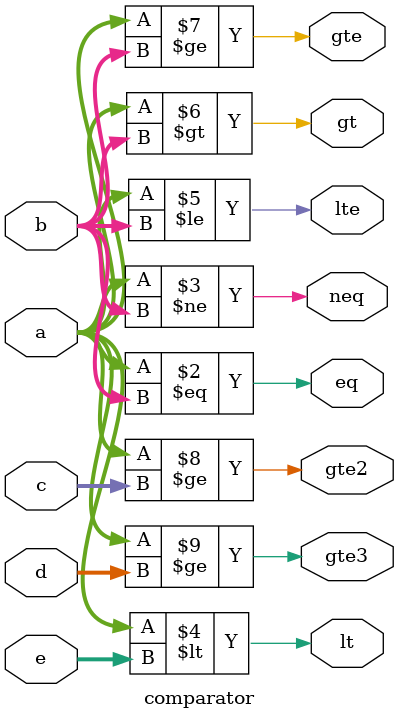
<source format=sv>
/**
 * Comparator module.
 *
 * Parameters:
 *     N       - number of bits.
 *
 * Inputs:
 *     a       - first operand.
 *     b       - second operand.
 *     c       - third operand.
 *     d       - fourth operand.
 *     e       - fifth operand.
 *
 * Outputs:
 *     eq  		- Equal to.
 *     neq 		- Not Equal to.
 *     lt  		- Less than.
 *     lte  	- Less than or equal to.
 *     gt  		- Grather than.
 *     gte  	- Grather than or equal to. 
 *
 */

module comparator #(parameter N=8)
                   (input  logic [N-1:0] a, b, c, d, e,
	                 output logic eq, neq, lt, lte, gt, gte, gte2, gte3);

	always_comb begin
		eq   = (a == b);
		neq  = (a != b);
		lt   = (a < e);
		lte  = (a <= b);
		gt   = (a > b);
		gte  = (a >= b);
		gte2 = (a >= c);
		gte3 = (a >= d);
	end

endmodule
	
</source>
